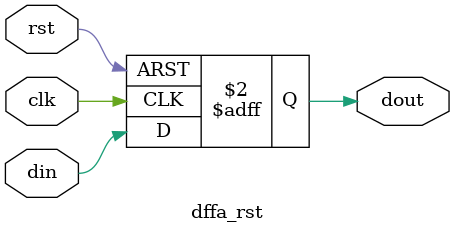
<source format=v>

module dffa_rst
    (
    clk,
    rst,
    din,
    dout
    );

//------------------------------------------------------------------------------
//Parameters
parameter DW = 1'b1;
parameter RST_VL = {DW{1'b0}};
//------------------------------------------------------------------------------
// Port declarations
input               clk;
input               rst;
input [DW-1:0]	    din;
output [DW-1:0]	    dout;
//------------------------------------------------------------------------------
//internal signal
reg  [DW-1:0]	    dout;
//------------------------------------------------------------------------------
// FF
always @ (posedge clk or posedge rst)
    begin
    if(rst)
        dout <= RST_VL;
    else
        dout <= din;
    end

endmodule 


</source>
